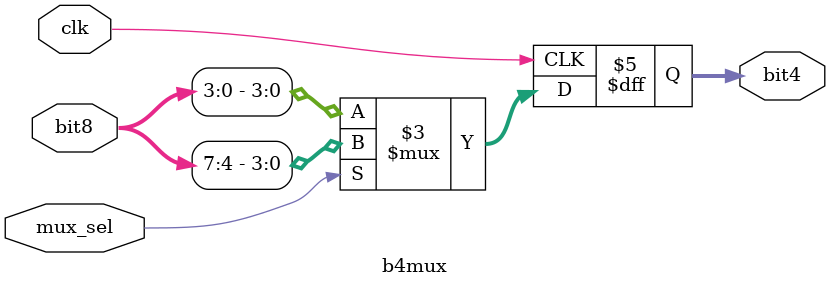
<source format=v>
`timescale 1ns / 1ns

module b4mux(
 output reg [3:0] bit4,
 input [7:0] bit8,
 input mux_sel,clk
);


always @ (posedge clk)
 begin
  if(mux_sel)
   bit4 <= bit8[7:4];
  else
   bit4 <= bit8[3:0];
 end

endmodule


 

</source>
